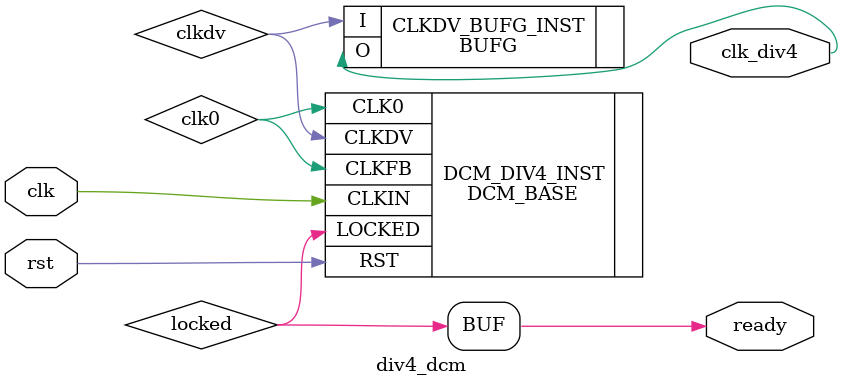
<source format=v>
`timescale 1ns / 1ps
`default_nettype none
module div4_dcm(//outputs
					clk_div4, ready,
					//inputs
					clk, rst );
	
	//outputs
	output clk_div4, ready;
	//inputs
	input clk, rst; //asynchronous active High reset
	 
	wire locked, clk0, clkdv;
	
	assign ready = locked;

	BUFG CLKDV_BUFG_INST (.I(clkdv),
								 .O(clk_div4));
								 
	DCM_BASE DCM_DIV4_INST (.CLKIN(clk),
								 .CLKFB(clk0),
								 .CLK0(clk0),
								 .RST(rst),
								 .CLKDV(clkdv),
								 .LOCKED(locked));
								 
	defparam DCM_DIV4_INST.CLK_FEEDBACK = "1X";
	defparam DCM_DIV4_INST.CLKDV_DIVIDE = 4;
	defparam DCM_DIV4_INST.CLKIN_DIVIDE_BY_2 = "FALSE";
	defparam DCM_DIV4_INST.CLKIN_PERIOD = 10.000; //nanoseconds
	defparam DCM_DIV4_INST.CLKOUT_PHASE_SHIFT = "NONE";
	defparam DCM_DIV4_INST.DESKEW_ADJUST = "SYSTEM_SYNCHRONOUS";
	defparam DCM_DIV4_INST.DFS_FREQUENCY_MODE = "LOW";
	defparam DCM_DIV4_INST.DLL_FREQUENCY_MODE = "LOW";
	defparam DCM_DIV4_INST.DUTY_CYCLE_CORRECTION = "TRUE";
	defparam DCM_DIV4_INST.FACTORY_JF = 16'hF0F0;
	defparam DCM_DIV4_INST.PHASE_SHIFT = 0;
	defparam DCM_DIV4_INST.STARTUP_WAIT = "TRUE";

endmodule

</source>
